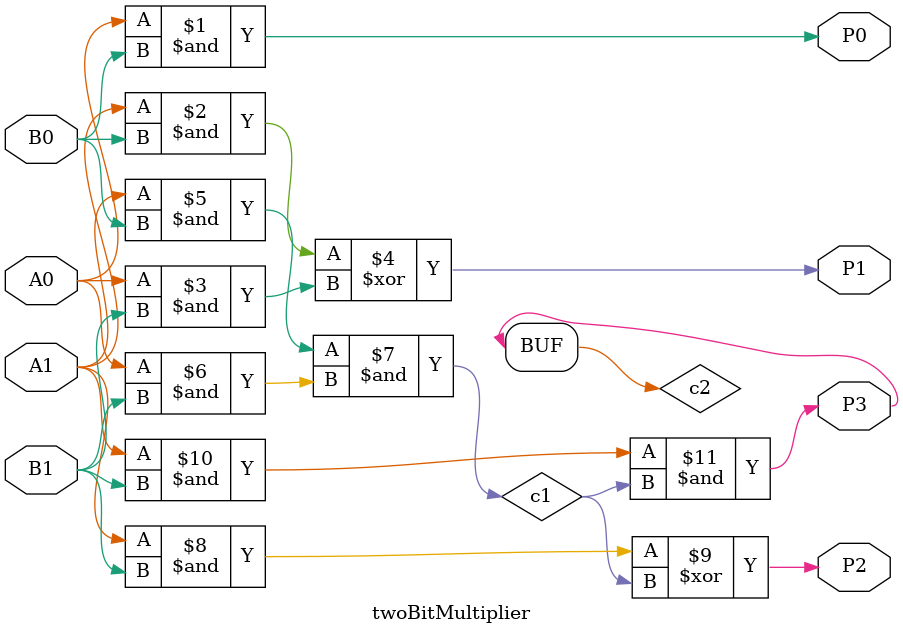
<source format=v>
`timescale 1ns / 1ps

module twoBitMultiplier(
    input A0,
    input A1,
    input B0,
    input B1,
    output P0,
    output P1,
    output P2,
    output P3
    );
    wire c1,c2;

    assign P0 = A0 & B0;
    assign P1 = (A1&B0) ^ (A0&B1);
    assign c1 = (A1&B0) & (A0&B1);
    assign P2 = (A1&B1) ^ (c1);
    assign c2 = (A1&B1) & (c1);
    assign P3 = c2;    
endmodule

</source>
